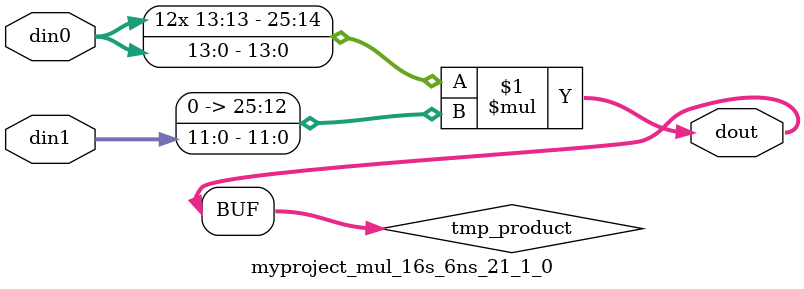
<source format=v>

`timescale 1 ns / 1 ps

  module myproject_mul_16s_6ns_21_1_0(din0, din1, dout);
parameter ID = 1;
parameter NUM_STAGE = 0;
parameter din0_WIDTH = 14;
parameter din1_WIDTH = 12;
parameter dout_WIDTH = 26;

input [din0_WIDTH - 1 : 0] din0; 
input [din1_WIDTH - 1 : 0] din1; 
output [dout_WIDTH - 1 : 0] dout;

wire signed [dout_WIDTH - 1 : 0] tmp_product;












assign tmp_product = $signed(din0) * $signed({1'b0, din1});









assign dout = tmp_product;







endmodule

</source>
